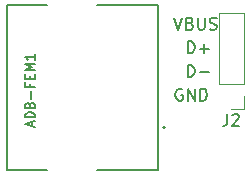
<source format=gbr>
%TF.GenerationSoftware,KiCad,Pcbnew,7.0.7-2.fc38*%
%TF.CreationDate,2023-10-09T11:51:05-07:00*%
%TF.ProjectId,aekii-m3501,61656b69-692d-46d3-9335-30312e6b6963,rev?*%
%TF.SameCoordinates,Original*%
%TF.FileFunction,Legend,Top*%
%TF.FilePolarity,Positive*%
%FSLAX46Y46*%
G04 Gerber Fmt 4.6, Leading zero omitted, Abs format (unit mm)*
G04 Created by KiCad (PCBNEW 7.0.7-2.fc38) date 2023-10-09 11:51:05*
%MOMM*%
%LPD*%
G01*
G04 APERTURE LIST*
%ADD10C,0.150000*%
%ADD11C,0.127000*%
%ADD12C,0.200000*%
%ADD13C,0.120000*%
G04 APERTURE END LIST*
D10*
X115336779Y-109869819D02*
X115336779Y-108869819D01*
X115336779Y-108869819D02*
X115574874Y-108869819D01*
X115574874Y-108869819D02*
X115717731Y-108917438D01*
X115717731Y-108917438D02*
X115812969Y-109012676D01*
X115812969Y-109012676D02*
X115860588Y-109107914D01*
X115860588Y-109107914D02*
X115908207Y-109298390D01*
X115908207Y-109298390D02*
X115908207Y-109441247D01*
X115908207Y-109441247D02*
X115860588Y-109631723D01*
X115860588Y-109631723D02*
X115812969Y-109726961D01*
X115812969Y-109726961D02*
X115717731Y-109822200D01*
X115717731Y-109822200D02*
X115574874Y-109869819D01*
X115574874Y-109869819D02*
X115336779Y-109869819D01*
X116336779Y-109488866D02*
X117098684Y-109488866D01*
X116717731Y-109869819D02*
X116717731Y-109107914D01*
X115336779Y-111869819D02*
X115336779Y-110869819D01*
X115336779Y-110869819D02*
X115574874Y-110869819D01*
X115574874Y-110869819D02*
X115717731Y-110917438D01*
X115717731Y-110917438D02*
X115812969Y-111012676D01*
X115812969Y-111012676D02*
X115860588Y-111107914D01*
X115860588Y-111107914D02*
X115908207Y-111298390D01*
X115908207Y-111298390D02*
X115908207Y-111441247D01*
X115908207Y-111441247D02*
X115860588Y-111631723D01*
X115860588Y-111631723D02*
X115812969Y-111726961D01*
X115812969Y-111726961D02*
X115717731Y-111822200D01*
X115717731Y-111822200D02*
X115574874Y-111869819D01*
X115574874Y-111869819D02*
X115336779Y-111869819D01*
X116336779Y-111488866D02*
X117098684Y-111488866D01*
X114860588Y-112917438D02*
X114765350Y-112869819D01*
X114765350Y-112869819D02*
X114622493Y-112869819D01*
X114622493Y-112869819D02*
X114479636Y-112917438D01*
X114479636Y-112917438D02*
X114384398Y-113012676D01*
X114384398Y-113012676D02*
X114336779Y-113107914D01*
X114336779Y-113107914D02*
X114289160Y-113298390D01*
X114289160Y-113298390D02*
X114289160Y-113441247D01*
X114289160Y-113441247D02*
X114336779Y-113631723D01*
X114336779Y-113631723D02*
X114384398Y-113726961D01*
X114384398Y-113726961D02*
X114479636Y-113822200D01*
X114479636Y-113822200D02*
X114622493Y-113869819D01*
X114622493Y-113869819D02*
X114717731Y-113869819D01*
X114717731Y-113869819D02*
X114860588Y-113822200D01*
X114860588Y-113822200D02*
X114908207Y-113774580D01*
X114908207Y-113774580D02*
X114908207Y-113441247D01*
X114908207Y-113441247D02*
X114717731Y-113441247D01*
X115336779Y-113869819D02*
X115336779Y-112869819D01*
X115336779Y-112869819D02*
X115908207Y-113869819D01*
X115908207Y-113869819D02*
X115908207Y-112869819D01*
X116384398Y-113869819D02*
X116384398Y-112869819D01*
X116384398Y-112869819D02*
X116622493Y-112869819D01*
X116622493Y-112869819D02*
X116765350Y-112917438D01*
X116765350Y-112917438D02*
X116860588Y-113012676D01*
X116860588Y-113012676D02*
X116908207Y-113107914D01*
X116908207Y-113107914D02*
X116955826Y-113298390D01*
X116955826Y-113298390D02*
X116955826Y-113441247D01*
X116955826Y-113441247D02*
X116908207Y-113631723D01*
X116908207Y-113631723D02*
X116860588Y-113726961D01*
X116860588Y-113726961D02*
X116765350Y-113822200D01*
X116765350Y-113822200D02*
X116622493Y-113869819D01*
X116622493Y-113869819D02*
X116384398Y-113869819D01*
X114193922Y-106869819D02*
X114527255Y-107869819D01*
X114527255Y-107869819D02*
X114860588Y-106869819D01*
X115527255Y-107346009D02*
X115670112Y-107393628D01*
X115670112Y-107393628D02*
X115717731Y-107441247D01*
X115717731Y-107441247D02*
X115765350Y-107536485D01*
X115765350Y-107536485D02*
X115765350Y-107679342D01*
X115765350Y-107679342D02*
X115717731Y-107774580D01*
X115717731Y-107774580D02*
X115670112Y-107822200D01*
X115670112Y-107822200D02*
X115574874Y-107869819D01*
X115574874Y-107869819D02*
X115193922Y-107869819D01*
X115193922Y-107869819D02*
X115193922Y-106869819D01*
X115193922Y-106869819D02*
X115527255Y-106869819D01*
X115527255Y-106869819D02*
X115622493Y-106917438D01*
X115622493Y-106917438D02*
X115670112Y-106965057D01*
X115670112Y-106965057D02*
X115717731Y-107060295D01*
X115717731Y-107060295D02*
X115717731Y-107155533D01*
X115717731Y-107155533D02*
X115670112Y-107250771D01*
X115670112Y-107250771D02*
X115622493Y-107298390D01*
X115622493Y-107298390D02*
X115527255Y-107346009D01*
X115527255Y-107346009D02*
X115193922Y-107346009D01*
X116193922Y-106869819D02*
X116193922Y-107679342D01*
X116193922Y-107679342D02*
X116241541Y-107774580D01*
X116241541Y-107774580D02*
X116289160Y-107822200D01*
X116289160Y-107822200D02*
X116384398Y-107869819D01*
X116384398Y-107869819D02*
X116574874Y-107869819D01*
X116574874Y-107869819D02*
X116670112Y-107822200D01*
X116670112Y-107822200D02*
X116717731Y-107774580D01*
X116717731Y-107774580D02*
X116765350Y-107679342D01*
X116765350Y-107679342D02*
X116765350Y-106869819D01*
X117193922Y-107822200D02*
X117336779Y-107869819D01*
X117336779Y-107869819D02*
X117574874Y-107869819D01*
X117574874Y-107869819D02*
X117670112Y-107822200D01*
X117670112Y-107822200D02*
X117717731Y-107774580D01*
X117717731Y-107774580D02*
X117765350Y-107679342D01*
X117765350Y-107679342D02*
X117765350Y-107584104D01*
X117765350Y-107584104D02*
X117717731Y-107488866D01*
X117717731Y-107488866D02*
X117670112Y-107441247D01*
X117670112Y-107441247D02*
X117574874Y-107393628D01*
X117574874Y-107393628D02*
X117384398Y-107346009D01*
X117384398Y-107346009D02*
X117289160Y-107298390D01*
X117289160Y-107298390D02*
X117241541Y-107250771D01*
X117241541Y-107250771D02*
X117193922Y-107155533D01*
X117193922Y-107155533D02*
X117193922Y-107060295D01*
X117193922Y-107060295D02*
X117241541Y-106965057D01*
X117241541Y-106965057D02*
X117289160Y-106917438D01*
X117289160Y-106917438D02*
X117384398Y-106869819D01*
X117384398Y-106869819D02*
X117622493Y-106869819D01*
X117622493Y-106869819D02*
X117765350Y-106917438D01*
X102133803Y-116030270D02*
X102133803Y-115649104D01*
X102362503Y-116106503D02*
X101562054Y-115839687D01*
X101562054Y-115839687D02*
X102362503Y-115572871D01*
X102362503Y-115306054D02*
X101562054Y-115306054D01*
X101562054Y-115306054D02*
X101562054Y-115115471D01*
X101562054Y-115115471D02*
X101600171Y-115001121D01*
X101600171Y-115001121D02*
X101676404Y-114924888D01*
X101676404Y-114924888D02*
X101752637Y-114886772D01*
X101752637Y-114886772D02*
X101905104Y-114848655D01*
X101905104Y-114848655D02*
X102019454Y-114848655D01*
X102019454Y-114848655D02*
X102171920Y-114886772D01*
X102171920Y-114886772D02*
X102248153Y-114924888D01*
X102248153Y-114924888D02*
X102324387Y-115001121D01*
X102324387Y-115001121D02*
X102362503Y-115115471D01*
X102362503Y-115115471D02*
X102362503Y-115306054D01*
X101943220Y-114238789D02*
X101981337Y-114124439D01*
X101981337Y-114124439D02*
X102019454Y-114086323D01*
X102019454Y-114086323D02*
X102095687Y-114048206D01*
X102095687Y-114048206D02*
X102210037Y-114048206D01*
X102210037Y-114048206D02*
X102286270Y-114086323D01*
X102286270Y-114086323D02*
X102324387Y-114124439D01*
X102324387Y-114124439D02*
X102362503Y-114200672D01*
X102362503Y-114200672D02*
X102362503Y-114505605D01*
X102362503Y-114505605D02*
X101562054Y-114505605D01*
X101562054Y-114505605D02*
X101562054Y-114238789D01*
X101562054Y-114238789D02*
X101600171Y-114162556D01*
X101600171Y-114162556D02*
X101638287Y-114124439D01*
X101638287Y-114124439D02*
X101714521Y-114086323D01*
X101714521Y-114086323D02*
X101790754Y-114086323D01*
X101790754Y-114086323D02*
X101866987Y-114124439D01*
X101866987Y-114124439D02*
X101905104Y-114162556D01*
X101905104Y-114162556D02*
X101943220Y-114238789D01*
X101943220Y-114238789D02*
X101943220Y-114505605D01*
X102057570Y-113705156D02*
X102057570Y-113095291D01*
X101943220Y-112447308D02*
X101943220Y-112714124D01*
X102362503Y-112714124D02*
X101562054Y-112714124D01*
X101562054Y-112714124D02*
X101562054Y-112332958D01*
X101943220Y-112028025D02*
X101943220Y-111761209D01*
X102362503Y-111646859D02*
X102362503Y-112028025D01*
X102362503Y-112028025D02*
X101562054Y-112028025D01*
X101562054Y-112028025D02*
X101562054Y-111646859D01*
X102362503Y-111303809D02*
X101562054Y-111303809D01*
X101562054Y-111303809D02*
X102133803Y-111036993D01*
X102133803Y-111036993D02*
X101562054Y-110770177D01*
X101562054Y-110770177D02*
X102362503Y-110770177D01*
X102362503Y-109969728D02*
X102362503Y-110427127D01*
X102362503Y-110198427D02*
X101562054Y-110198427D01*
X101562054Y-110198427D02*
X101676404Y-110274661D01*
X101676404Y-110274661D02*
X101752637Y-110350894D01*
X101752637Y-110350894D02*
X101790754Y-110427127D01*
X118666666Y-115014819D02*
X118666666Y-115729104D01*
X118666666Y-115729104D02*
X118619047Y-115871961D01*
X118619047Y-115871961D02*
X118523809Y-115967200D01*
X118523809Y-115967200D02*
X118380952Y-116014819D01*
X118380952Y-116014819D02*
X118285714Y-116014819D01*
X119095238Y-115110057D02*
X119142857Y-115062438D01*
X119142857Y-115062438D02*
X119238095Y-115014819D01*
X119238095Y-115014819D02*
X119476190Y-115014819D01*
X119476190Y-115014819D02*
X119571428Y-115062438D01*
X119571428Y-115062438D02*
X119619047Y-115110057D01*
X119619047Y-115110057D02*
X119666666Y-115205295D01*
X119666666Y-115205295D02*
X119666666Y-115300533D01*
X119666666Y-115300533D02*
X119619047Y-115443390D01*
X119619047Y-115443390D02*
X119047619Y-116014819D01*
X119047619Y-116014819D02*
X119666666Y-116014819D01*
D11*
%TO.C,ADB-FEM1*%
X100000000Y-119760000D02*
X100000000Y-105760000D01*
X103440000Y-119760000D02*
X100000000Y-119760000D01*
X107620000Y-119730000D02*
X112830000Y-119730000D01*
X112830000Y-119730000D02*
X112830000Y-119760000D01*
X103440000Y-105760000D02*
X100000000Y-105760000D01*
X107620000Y-105760000D02*
X112830000Y-105760000D01*
X112830000Y-105760000D02*
X112830000Y-119730000D01*
D12*
X113410000Y-116160000D02*
G75*
G03*
X113410000Y-116160000I-100000J0D01*
G01*
D13*
%TO.C,J2*%
X120060000Y-114560000D02*
X119000000Y-114560000D01*
X120060000Y-113500000D02*
X120060000Y-114560000D01*
X120060000Y-112500000D02*
X120060000Y-106440000D01*
X120060000Y-112500000D02*
X117940000Y-112500000D01*
X120060000Y-106440000D02*
X117940000Y-106440000D01*
X117940000Y-112500000D02*
X117940000Y-106440000D01*
%TD*%
M02*

</source>
